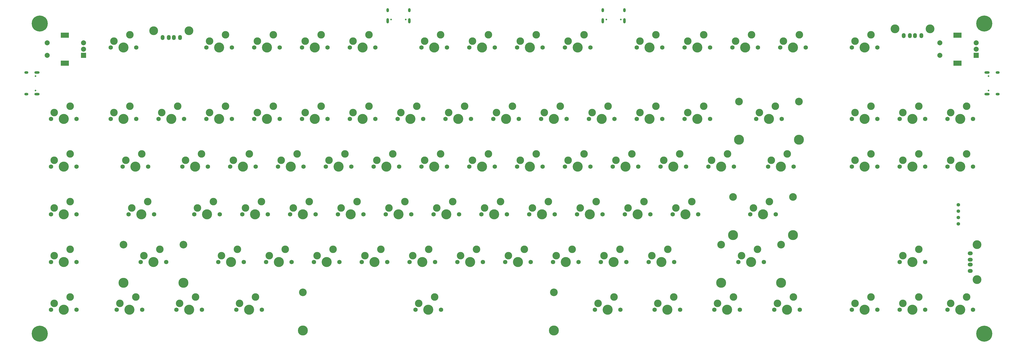
<source format=gts>
%TF.GenerationSoftware,KiCad,Pcbnew,(5.1.10)-1*%
%TF.CreationDate,2021-10-21T23:13:51-04:00*%
%TF.ProjectId,custom_keyboard (f303_ fe2.1),63757374-6f6d-45f6-9b65-79626f617264,rev?*%
%TF.SameCoordinates,Original*%
%TF.FileFunction,Soldermask,Top*%
%TF.FilePolarity,Negative*%
%FSLAX46Y46*%
G04 Gerber Fmt 4.6, Leading zero omitted, Abs format (unit mm)*
G04 Created by KiCad (PCBNEW (5.1.10)-1) date 2021-10-21 23:13:51*
%MOMM*%
%LPD*%
G01*
G04 APERTURE LIST*
%ADD10C,4.000000*%
%ADD11C,1.750000*%
%ADD12C,3.000000*%
%ADD13C,3.987800*%
%ADD14C,3.048000*%
%ADD15C,3.500000*%
%ADD16O,2.000000X1.500000*%
%ADD17C,0.650000*%
%ADD18O,2.100000X1.000000*%
%ADD19O,1.600000X1.000000*%
%ADD20C,2.000000*%
%ADD21R,3.200000X2.000000*%
%ADD22R,2.000000X2.000000*%
%ADD23O,1.000000X2.100000*%
%ADD24O,1.000000X1.600000*%
%ADD25O,1.500000X2.000000*%
%ADD26C,1.397000*%
%ADD27C,6.400000*%
G04 APERTURE END LIST*
D10*
%TO.C,MX83*%
X234141500Y-273032800D03*
D11*
X229061500Y-273032800D03*
X239221500Y-273032800D03*
D12*
X230331500Y-270492800D03*
X236681500Y-267952800D03*
D13*
X184135250Y-281313200D03*
D14*
X184135250Y-266073200D03*
D13*
X284135050Y-281313200D03*
D14*
X284135050Y-266073200D03*
%TD*%
D10*
%TO.C,MX84*%
X305574500Y-273032800D03*
D11*
X300494500Y-273032800D03*
X310654500Y-273032800D03*
D12*
X301764500Y-270492800D03*
X308114500Y-267952800D03*
%TD*%
D15*
%TO.C,USB4*%
X452737900Y-246984000D03*
D16*
X450027900Y-257484000D03*
X450027900Y-254984000D03*
X450027900Y-252984000D03*
D15*
X452737900Y-260984000D03*
D16*
X450027900Y-250484000D03*
%TD*%
D10*
%TO.C,MX32*%
X446059400Y-196837600D03*
D11*
X440979400Y-196837600D03*
X451139400Y-196837600D03*
D12*
X442249400Y-194297600D03*
X448599400Y-191757600D03*
%TD*%
D17*
%TO.C,USB7*%
X457270800Y-185441000D03*
X457270800Y-179661000D03*
D18*
X456740800Y-178231000D03*
X456740800Y-186871000D03*
D19*
X460920800Y-178231000D03*
X460920800Y-186871000D03*
%TD*%
D20*
%TO.C,ROT1*%
X82331400Y-166439200D03*
X82331400Y-171439200D03*
D21*
X89331400Y-163339200D03*
X89331400Y-174539200D03*
D20*
X96831400Y-166439200D03*
X96831400Y-168939200D03*
D22*
X96831400Y-171439200D03*
%TD*%
D20*
%TO.C,ROT2*%
X437909000Y-166439200D03*
X437909000Y-171439200D03*
D21*
X444909000Y-163339200D03*
X444909000Y-174539200D03*
D20*
X452409000Y-166439200D03*
X452409000Y-168939200D03*
D22*
X452409000Y-171439200D03*
%TD*%
D17*
%TO.C,USB1*%
X225126000Y-157053000D03*
X219346000Y-157053000D03*
D23*
X217916000Y-157583000D03*
X226556000Y-157583000D03*
D24*
X217916000Y-153403000D03*
X226556000Y-153403000D03*
%TD*%
D15*
%TO.C,USB6*%
X420010600Y-160792200D03*
D25*
X430510600Y-163502200D03*
X428010600Y-163502200D03*
X426010600Y-163502200D03*
D15*
X434010600Y-160792200D03*
D25*
X423510600Y-163502200D03*
%TD*%
%TO.C,USB3*%
X128254200Y-164295900D03*
D15*
X138754200Y-161585900D03*
D25*
X130754200Y-164295900D03*
X132754200Y-164295900D03*
X135254200Y-164295900D03*
D15*
X124754200Y-161585900D03*
%TD*%
D19*
%TO.C,USB2*%
X74033000Y-178231000D03*
X74033000Y-186871000D03*
D18*
X78213000Y-178231000D03*
X78213000Y-186871000D03*
D17*
X77683000Y-185441000D03*
X77683000Y-179661000D03*
%TD*%
D24*
%TO.C,USB5*%
X312275600Y-153403000D03*
X303635600Y-153403000D03*
D23*
X312275600Y-157583000D03*
X303635600Y-157583000D03*
D17*
X305065600Y-157053000D03*
X310845600Y-157053000D03*
%TD*%
D26*
%TO.C,OL1*%
X445265700Y-231125200D03*
X445265700Y-233665200D03*
X445265700Y-236205200D03*
X445265700Y-238745200D03*
%TD*%
D10*
%TO.C,MX1*%
X112705400Y-168264400D03*
D11*
X107625400Y-168264400D03*
X117785400Y-168264400D03*
D12*
X108895400Y-165724400D03*
X115245400Y-163184400D03*
%TD*%
D10*
%TO.C,MX2*%
X150803000Y-168264400D03*
D11*
X145723000Y-168264400D03*
X155883000Y-168264400D03*
D12*
X146993000Y-165724400D03*
X153343000Y-163184400D03*
%TD*%
D10*
%TO.C,MX3*%
X169851800Y-168264400D03*
D11*
X164771800Y-168264400D03*
X174931800Y-168264400D03*
D12*
X166041800Y-165724400D03*
X172391800Y-163184400D03*
%TD*%
D10*
%TO.C,MX4*%
X188900600Y-168264400D03*
D11*
X183820600Y-168264400D03*
X193980600Y-168264400D03*
D12*
X185090600Y-165724400D03*
X191440600Y-163184400D03*
%TD*%
D10*
%TO.C,MX5*%
X207949400Y-168264400D03*
D11*
X202869400Y-168264400D03*
X213029400Y-168264400D03*
D12*
X204139400Y-165724400D03*
X210489400Y-163184400D03*
%TD*%
D10*
%TO.C,MX6*%
X236522600Y-168264400D03*
D11*
X231442600Y-168264400D03*
X241602600Y-168264400D03*
D12*
X232712600Y-165724400D03*
X239062600Y-163184400D03*
%TD*%
D10*
%TO.C,MX7*%
X255571400Y-168264400D03*
D11*
X250491400Y-168264400D03*
X260651400Y-168264400D03*
D12*
X251761400Y-165724400D03*
X258111400Y-163184400D03*
%TD*%
D10*
%TO.C,MX8*%
X274620200Y-168264400D03*
D11*
X269540200Y-168264400D03*
X279700200Y-168264400D03*
D12*
X270810200Y-165724400D03*
X277160200Y-163184400D03*
%TD*%
D10*
%TO.C,MX9*%
X293669000Y-168264400D03*
D11*
X288589000Y-168264400D03*
X298749000Y-168264400D03*
D12*
X289859000Y-165724400D03*
X296209000Y-163184400D03*
%TD*%
D10*
%TO.C,MX10*%
X322242200Y-168264400D03*
D11*
X317162200Y-168264400D03*
X327322200Y-168264400D03*
D12*
X318432200Y-165724400D03*
X324782200Y-163184400D03*
%TD*%
D10*
%TO.C,MX11*%
X341291000Y-168264400D03*
D11*
X336211000Y-168264400D03*
X346371000Y-168264400D03*
D12*
X337481000Y-165724400D03*
X343831000Y-163184400D03*
%TD*%
D10*
%TO.C,MX12*%
X360339800Y-168264400D03*
D11*
X355259800Y-168264400D03*
X365419800Y-168264400D03*
D12*
X356529800Y-165724400D03*
X362879800Y-163184400D03*
%TD*%
D10*
%TO.C,MX13*%
X379388600Y-168264400D03*
D11*
X374308600Y-168264400D03*
X384468600Y-168264400D03*
D12*
X375578600Y-165724400D03*
X381928600Y-163184400D03*
%TD*%
D10*
%TO.C,MX14*%
X407961800Y-168264400D03*
D11*
X402881800Y-168264400D03*
X413041800Y-168264400D03*
D12*
X404151800Y-165724400D03*
X410501800Y-163184400D03*
%TD*%
D10*
%TO.C,MX15*%
X88894400Y-196837600D03*
D11*
X83814400Y-196837600D03*
X93974400Y-196837600D03*
D12*
X85084400Y-194297600D03*
X91434400Y-191757600D03*
%TD*%
D10*
%TO.C,MX16*%
X112705400Y-196837600D03*
D11*
X107625400Y-196837600D03*
X117785400Y-196837600D03*
D12*
X108895400Y-194297600D03*
X115245400Y-191757600D03*
%TD*%
D10*
%TO.C,MX17*%
X131754200Y-196837600D03*
D11*
X126674200Y-196837600D03*
X136834200Y-196837600D03*
D12*
X127944200Y-194297600D03*
X134294200Y-191757600D03*
%TD*%
D10*
%TO.C,MX18*%
X150803000Y-196837600D03*
D11*
X145723000Y-196837600D03*
X155883000Y-196837600D03*
D12*
X146993000Y-194297600D03*
X153343000Y-191757600D03*
%TD*%
D10*
%TO.C,MX19*%
X169851800Y-196837600D03*
D11*
X164771800Y-196837600D03*
X174931800Y-196837600D03*
D12*
X166041800Y-194297600D03*
X172391800Y-191757600D03*
%TD*%
D10*
%TO.C,MX20*%
X188900600Y-196837600D03*
D11*
X183820600Y-196837600D03*
X193980600Y-196837600D03*
D12*
X185090600Y-194297600D03*
X191440600Y-191757600D03*
%TD*%
D10*
%TO.C,MX21*%
X207949400Y-196837600D03*
D11*
X202869400Y-196837600D03*
X213029400Y-196837600D03*
D12*
X204139400Y-194297600D03*
X210489400Y-191757600D03*
%TD*%
D10*
%TO.C,MX22*%
X226998200Y-196837600D03*
D11*
X221918200Y-196837600D03*
X232078200Y-196837600D03*
D12*
X223188200Y-194297600D03*
X229538200Y-191757600D03*
%TD*%
D10*
%TO.C,MX23*%
X246047000Y-196837600D03*
D11*
X240967000Y-196837600D03*
X251127000Y-196837600D03*
D12*
X242237000Y-194297600D03*
X248587000Y-191757600D03*
%TD*%
D10*
%TO.C,MX24*%
X265095800Y-196837600D03*
D11*
X260015800Y-196837600D03*
X270175800Y-196837600D03*
D12*
X261285800Y-194297600D03*
X267635800Y-191757600D03*
%TD*%
D10*
%TO.C,MX25*%
X284144600Y-196837600D03*
D11*
X279064600Y-196837600D03*
X289224600Y-196837600D03*
D12*
X280334600Y-194297600D03*
X286684600Y-191757600D03*
%TD*%
D10*
%TO.C,MX26*%
X303193400Y-196837600D03*
D11*
X298113400Y-196837600D03*
X308273400Y-196837600D03*
D12*
X299383400Y-194297600D03*
X305733400Y-191757600D03*
%TD*%
D10*
%TO.C,MX27*%
X322242200Y-196837600D03*
D11*
X317162200Y-196837600D03*
X327322200Y-196837600D03*
D12*
X318432200Y-194297600D03*
X324782200Y-191757600D03*
%TD*%
D10*
%TO.C,MX28*%
X341291000Y-196837600D03*
D11*
X336211000Y-196837600D03*
X346371000Y-196837600D03*
D12*
X337481000Y-194297600D03*
X343831000Y-191757600D03*
%TD*%
D10*
%TO.C,MX29*%
X369864200Y-196837600D03*
D11*
X364784200Y-196837600D03*
X374944200Y-196837600D03*
D12*
X366054200Y-194297600D03*
X372404200Y-191757600D03*
D14*
X357926200Y-189852600D03*
D13*
X357926200Y-205092600D03*
X381802200Y-205092600D03*
D14*
X381802200Y-189852600D03*
%TD*%
D10*
%TO.C,MX30*%
X407961800Y-196837600D03*
D11*
X402881800Y-196837600D03*
X413041800Y-196837600D03*
D12*
X404151800Y-194297600D03*
X410501800Y-191757600D03*
%TD*%
D10*
%TO.C,MX31*%
X427010600Y-196837600D03*
D11*
X421930600Y-196837600D03*
X432090600Y-196837600D03*
D12*
X423200600Y-194297600D03*
X429550600Y-191757600D03*
%TD*%
D10*
%TO.C,MX33*%
X88894400Y-215886400D03*
D11*
X83814400Y-215886400D03*
X93974400Y-215886400D03*
D12*
X85084400Y-213346400D03*
X91434400Y-210806400D03*
%TD*%
D10*
%TO.C,MX34*%
X117467600Y-215886400D03*
D11*
X112387600Y-215886400D03*
X122547600Y-215886400D03*
D12*
X113657600Y-213346400D03*
X120007600Y-210806400D03*
%TD*%
D10*
%TO.C,MX35*%
X141278600Y-215886400D03*
D11*
X136198600Y-215886400D03*
X146358600Y-215886400D03*
D12*
X137468600Y-213346400D03*
X143818600Y-210806400D03*
%TD*%
D10*
%TO.C,MX36*%
X160327400Y-215886400D03*
D11*
X155247400Y-215886400D03*
X165407400Y-215886400D03*
D12*
X156517400Y-213346400D03*
X162867400Y-210806400D03*
%TD*%
D10*
%TO.C,MX37*%
X179376200Y-215886400D03*
D11*
X174296200Y-215886400D03*
X184456200Y-215886400D03*
D12*
X175566200Y-213346400D03*
X181916200Y-210806400D03*
%TD*%
D10*
%TO.C,MX38*%
X198425000Y-215886400D03*
D11*
X193345000Y-215886400D03*
X203505000Y-215886400D03*
D12*
X194615000Y-213346400D03*
X200965000Y-210806400D03*
%TD*%
D10*
%TO.C,MX39*%
X217473800Y-215886400D03*
D11*
X212393800Y-215886400D03*
X222553800Y-215886400D03*
D12*
X213663800Y-213346400D03*
X220013800Y-210806400D03*
%TD*%
D10*
%TO.C,MX40*%
X236522600Y-215886400D03*
D11*
X231442600Y-215886400D03*
X241602600Y-215886400D03*
D12*
X232712600Y-213346400D03*
X239062600Y-210806400D03*
%TD*%
D10*
%TO.C,MX41*%
X255571400Y-215886400D03*
D11*
X250491400Y-215886400D03*
X260651400Y-215886400D03*
D12*
X251761400Y-213346400D03*
X258111400Y-210806400D03*
%TD*%
D10*
%TO.C,MX42*%
X274620200Y-215886400D03*
D11*
X269540200Y-215886400D03*
X279700200Y-215886400D03*
D12*
X270810200Y-213346400D03*
X277160200Y-210806400D03*
%TD*%
D10*
%TO.C,MX43*%
X293669000Y-215886400D03*
D11*
X288589000Y-215886400D03*
X298749000Y-215886400D03*
D12*
X289859000Y-213346400D03*
X296209000Y-210806400D03*
%TD*%
D10*
%TO.C,MX45*%
X331766600Y-215886400D03*
D11*
X326686600Y-215886400D03*
X336846600Y-215886400D03*
D12*
X327956600Y-213346400D03*
X334306600Y-210806400D03*
%TD*%
D10*
%TO.C,MX46*%
X350815400Y-215886400D03*
D11*
X345735400Y-215886400D03*
X355895400Y-215886400D03*
D12*
X347005400Y-213346400D03*
X353355400Y-210806400D03*
%TD*%
D10*
%TO.C,MX48*%
X407961800Y-215886400D03*
D11*
X402881800Y-215886400D03*
X413041800Y-215886400D03*
D12*
X404151800Y-213346400D03*
X410501800Y-210806400D03*
%TD*%
D10*
%TO.C,MX49*%
X427010600Y-215886400D03*
D11*
X421930600Y-215886400D03*
X432090600Y-215886400D03*
D12*
X423200600Y-213346400D03*
X429550600Y-210806400D03*
%TD*%
D10*
%TO.C,MX51*%
X88894400Y-234935200D03*
D11*
X83814400Y-234935200D03*
X93974400Y-234935200D03*
D12*
X85084400Y-232395200D03*
X91434400Y-229855200D03*
%TD*%
D10*
%TO.C,MX52*%
X119848700Y-234935200D03*
D11*
X114768700Y-234935200D03*
X124928700Y-234935200D03*
D12*
X116038700Y-232395200D03*
X122388700Y-229855200D03*
%TD*%
D10*
%TO.C,MX53*%
X145982500Y-234935200D03*
D11*
X140902500Y-234935200D03*
X151062500Y-234935200D03*
D12*
X142172500Y-232395200D03*
X148522500Y-229855200D03*
%TD*%
D10*
%TO.C,MX54*%
X165089600Y-234935200D03*
D11*
X160009600Y-234935200D03*
X170169600Y-234935200D03*
D12*
X161279600Y-232395200D03*
X167629600Y-229855200D03*
%TD*%
D10*
%TO.C,MX55*%
X184138400Y-234935200D03*
D11*
X179058400Y-234935200D03*
X189218400Y-234935200D03*
D12*
X180328400Y-232395200D03*
X186678400Y-229855200D03*
%TD*%
D10*
%TO.C,MX56*%
X203187200Y-234935200D03*
D11*
X198107200Y-234935200D03*
X208267200Y-234935200D03*
D12*
X199377200Y-232395200D03*
X205727200Y-229855200D03*
%TD*%
D10*
%TO.C,MX57*%
X222236000Y-234935200D03*
D11*
X217156000Y-234935200D03*
X227316000Y-234935200D03*
D12*
X218426000Y-232395200D03*
X224776000Y-229855200D03*
%TD*%
D10*
%TO.C,MX59*%
X260333600Y-234935200D03*
D11*
X255253600Y-234935200D03*
X265413600Y-234935200D03*
D12*
X256523600Y-232395200D03*
X262873600Y-229855200D03*
%TD*%
D10*
%TO.C,MX60*%
X279382400Y-234935200D03*
D11*
X274302400Y-234935200D03*
X284462400Y-234935200D03*
D12*
X275572400Y-232395200D03*
X281922400Y-229855200D03*
%TD*%
D10*
%TO.C,MX61*%
X298431200Y-234935200D03*
D11*
X293351200Y-234935200D03*
X303511200Y-234935200D03*
D12*
X294621200Y-232395200D03*
X300971200Y-229855200D03*
%TD*%
D10*
%TO.C,MX63*%
X336528800Y-234935200D03*
D11*
X331448800Y-234935200D03*
X341608800Y-234935200D03*
D12*
X332718800Y-232395200D03*
X339068800Y-229855200D03*
%TD*%
D10*
%TO.C,MX65*%
X88894400Y-253984000D03*
D11*
X83814400Y-253984000D03*
X93974400Y-253984000D03*
D12*
X85084400Y-251444000D03*
X91434400Y-248904000D03*
%TD*%
D10*
%TO.C,MX66*%
X124610900Y-253984000D03*
D11*
X119530900Y-253984000D03*
X129690900Y-253984000D03*
D12*
X120800900Y-251444000D03*
X127150900Y-248904000D03*
D13*
X112672900Y-262239000D03*
X136548900Y-262239000D03*
D14*
X112672900Y-246999000D03*
X136548900Y-246999000D03*
%TD*%
D10*
%TO.C,MX67*%
X155565200Y-253984000D03*
D11*
X150485200Y-253984000D03*
X160645200Y-253984000D03*
D12*
X151755200Y-251444000D03*
X158105200Y-248904000D03*
%TD*%
D10*
%TO.C,MX68*%
X174614000Y-253984000D03*
D11*
X169534000Y-253984000D03*
X179694000Y-253984000D03*
D12*
X170804000Y-251444000D03*
X177154000Y-248904000D03*
%TD*%
D10*
%TO.C,MX69*%
X193662800Y-253984000D03*
D11*
X188582800Y-253984000D03*
X198742800Y-253984000D03*
D12*
X189852800Y-251444000D03*
X196202800Y-248904000D03*
%TD*%
D10*
%TO.C,MX70*%
X212711600Y-253984000D03*
D11*
X207631600Y-253984000D03*
X217791600Y-253984000D03*
D12*
X208901600Y-251444000D03*
X215251600Y-248904000D03*
%TD*%
D10*
%TO.C,MX71*%
X231760400Y-253984000D03*
D11*
X226680400Y-253984000D03*
X236840400Y-253984000D03*
D12*
X227950400Y-251444000D03*
X234300400Y-248904000D03*
%TD*%
D10*
%TO.C,MX72*%
X250809200Y-253984000D03*
D11*
X245729200Y-253984000D03*
X255889200Y-253984000D03*
D12*
X246999200Y-251444000D03*
X253349200Y-248904000D03*
%TD*%
D10*
%TO.C,MX73*%
X269858000Y-253984000D03*
D11*
X264778000Y-253984000D03*
X274938000Y-253984000D03*
D12*
X266048000Y-251444000D03*
X272398000Y-248904000D03*
%TD*%
D10*
%TO.C,MX74*%
X288906800Y-253984000D03*
D11*
X283826800Y-253984000D03*
X293986800Y-253984000D03*
D12*
X285096800Y-251444000D03*
X291446800Y-248904000D03*
%TD*%
D10*
%TO.C,MX75*%
X307955600Y-253984000D03*
D11*
X302875600Y-253984000D03*
X313035600Y-253984000D03*
D12*
X304145600Y-251444000D03*
X310495600Y-248904000D03*
%TD*%
D10*
%TO.C,MX76*%
X327004400Y-253984000D03*
D11*
X321924400Y-253984000D03*
X332084400Y-253984000D03*
D12*
X323194400Y-251444000D03*
X329544400Y-248904000D03*
%TD*%
D14*
%TO.C,MX77*%
X374690650Y-246999000D03*
X350814650Y-246999000D03*
D13*
X374690650Y-262239000D03*
X350814650Y-262239000D03*
D12*
X365260900Y-248904000D03*
X358910900Y-251444000D03*
D11*
X367800900Y-253984000D03*
X357640900Y-253984000D03*
D10*
X362720900Y-253984000D03*
%TD*%
%TO.C,MX78*%
X427010600Y-253984000D03*
D11*
X421930600Y-253984000D03*
X432090600Y-253984000D03*
D12*
X423200600Y-251444000D03*
X429550600Y-248904000D03*
%TD*%
D10*
%TO.C,MX79*%
X88894400Y-273032800D03*
D11*
X83814400Y-273032800D03*
X93974400Y-273032800D03*
D12*
X85084400Y-270492800D03*
X91434400Y-267952800D03*
%TD*%
D10*
%TO.C,MX80*%
X115086500Y-273032800D03*
D11*
X110006500Y-273032800D03*
X120166500Y-273032800D03*
D12*
X111276500Y-270492800D03*
X117626500Y-267952800D03*
%TD*%
D10*
%TO.C,MX81*%
X138897500Y-273032800D03*
D11*
X133817500Y-273032800D03*
X143977500Y-273032800D03*
D12*
X135087500Y-270492800D03*
X141437500Y-267952800D03*
%TD*%
D10*
%TO.C,MX82*%
X162708500Y-273032800D03*
D11*
X157628500Y-273032800D03*
X167788500Y-273032800D03*
D12*
X158898500Y-270492800D03*
X165248500Y-267952800D03*
%TD*%
D10*
%TO.C,MX85*%
X329385500Y-273032800D03*
D11*
X324305500Y-273032800D03*
X334465500Y-273032800D03*
D12*
X325575500Y-270492800D03*
X331925500Y-267952800D03*
%TD*%
D10*
%TO.C,MX86*%
X353196500Y-273032800D03*
D11*
X348116500Y-273032800D03*
X358276500Y-273032800D03*
D12*
X349386500Y-270492800D03*
X355736500Y-267952800D03*
%TD*%
D10*
%TO.C,MX89*%
X427010600Y-273032800D03*
D11*
X421930600Y-273032800D03*
X432090600Y-273032800D03*
D12*
X423200600Y-270492800D03*
X429550600Y-267952800D03*
%TD*%
D10*
%TO.C,MX64*%
X367483100Y-234935200D03*
D11*
X362403100Y-234935200D03*
X372563100Y-234935200D03*
D12*
X363673100Y-232395200D03*
X370023100Y-229855200D03*
D13*
X355545100Y-243190200D03*
X379421100Y-243190200D03*
D14*
X355545100Y-227950200D03*
X379421100Y-227950200D03*
%TD*%
D10*
%TO.C,MX47*%
X374626400Y-215886400D03*
D11*
X369546400Y-215886400D03*
X379706400Y-215886400D03*
D12*
X370816400Y-213346400D03*
X377166400Y-210806400D03*
%TD*%
D10*
%TO.C,MX44*%
X312717800Y-215886400D03*
D11*
X307637800Y-215886400D03*
X317797800Y-215886400D03*
D12*
X308907800Y-213346400D03*
X315257800Y-210806400D03*
%TD*%
D27*
%TO.C,H1*%
X79370000Y-158740000D03*
%TD*%
%TO.C,H3*%
X79370000Y-282557200D03*
%TD*%
%TO.C,H4*%
X455583800Y-158740000D03*
%TD*%
%TO.C,H6*%
X455583800Y-282557200D03*
%TD*%
D10*
%TO.C,MX88*%
X407961800Y-273032800D03*
D11*
X402881800Y-273032800D03*
X413041800Y-273032800D03*
D12*
X404151800Y-270492800D03*
X410501800Y-267952800D03*
%TD*%
D10*
%TO.C,MX87*%
X377007500Y-273032800D03*
D11*
X371927500Y-273032800D03*
X382087500Y-273032800D03*
D12*
X373197500Y-270492800D03*
X379547500Y-267952800D03*
%TD*%
D10*
%TO.C,MX50*%
X446059400Y-215886400D03*
D11*
X440979400Y-215886400D03*
X451139400Y-215886400D03*
D12*
X442249400Y-213346400D03*
X448599400Y-210806400D03*
%TD*%
D10*
%TO.C,MX90*%
X446059400Y-273032800D03*
D11*
X440979400Y-273032800D03*
X451139400Y-273032800D03*
D12*
X442249400Y-270492800D03*
X448599400Y-267952800D03*
%TD*%
D10*
%TO.C,MX58*%
X241284800Y-234935200D03*
D11*
X236204800Y-234935200D03*
X246364800Y-234935200D03*
D12*
X237474800Y-232395200D03*
X243824800Y-229855200D03*
%TD*%
D10*
%TO.C,MX62*%
X317480000Y-234935200D03*
D11*
X312400000Y-234935200D03*
X322560000Y-234935200D03*
D12*
X313670000Y-232395200D03*
X320020000Y-229855200D03*
%TD*%
M02*

</source>
